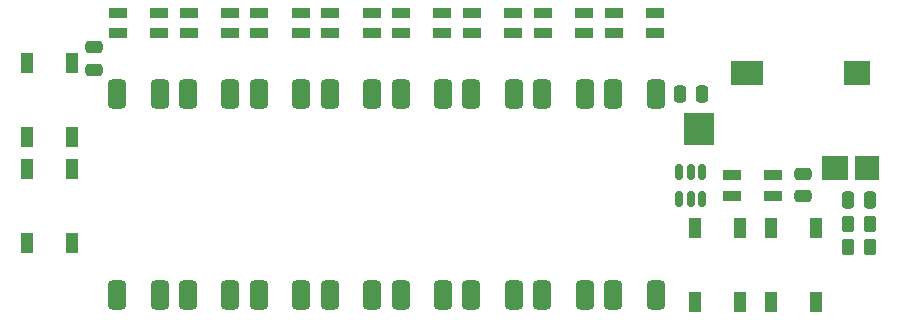
<source format=gbr>
%TF.GenerationSoftware,KiCad,Pcbnew,6.0.11-2627ca5db0~126~ubuntu22.04.1*%
%TF.CreationDate,2024-02-01T14:55:17+01:00*%
%TF.ProjectId,GrooveBox,47726f6f-7665-4426-9f78-2e6b69636164,rev?*%
%TF.SameCoordinates,Original*%
%TF.FileFunction,Paste,Top*%
%TF.FilePolarity,Positive*%
%FSLAX46Y46*%
G04 Gerber Fmt 4.6, Leading zero omitted, Abs format (unit mm)*
G04 Created by KiCad (PCBNEW 6.0.11-2627ca5db0~126~ubuntu22.04.1) date 2024-02-01 14:55:17*
%MOMM*%
%LPD*%
G01*
G04 APERTURE LIST*
G04 Aperture macros list*
%AMRoundRect*
0 Rectangle with rounded corners*
0 $1 Rounding radius*
0 $2 $3 $4 $5 $6 $7 $8 $9 X,Y pos of 4 corners*
0 Add a 4 corners polygon primitive as box body*
4,1,4,$2,$3,$4,$5,$6,$7,$8,$9,$2,$3,0*
0 Add four circle primitives for the rounded corners*
1,1,$1+$1,$2,$3*
1,1,$1+$1,$4,$5*
1,1,$1+$1,$6,$7*
1,1,$1+$1,$8,$9*
0 Add four rect primitives between the rounded corners*
20,1,$1+$1,$2,$3,$4,$5,0*
20,1,$1+$1,$4,$5,$6,$7,0*
20,1,$1+$1,$6,$7,$8,$9,0*
20,1,$1+$1,$8,$9,$2,$3,0*%
G04 Aperture macros list end*
%ADD10R,1.600000X0.850000*%
%ADD11R,1.000000X1.700000*%
%ADD12RoundRect,0.400000X0.400000X-0.850000X0.400000X0.850000X-0.400000X0.850000X-0.400000X-0.850000X0*%
%ADD13RoundRect,0.250000X-0.250000X-0.475000X0.250000X-0.475000X0.250000X0.475000X-0.250000X0.475000X0*%
%ADD14RoundRect,0.250000X-0.262500X-0.450000X0.262500X-0.450000X0.262500X0.450000X-0.262500X0.450000X0*%
%ADD15RoundRect,0.250000X0.475000X-0.250000X0.475000X0.250000X-0.475000X0.250000X-0.475000X-0.250000X0*%
%ADD16RoundRect,0.250000X0.250000X0.475000X-0.250000X0.475000X-0.250000X-0.475000X0.250000X-0.475000X0*%
%ADD17R,2.200000X2.100000*%
%ADD18R,2.700000X2.100000*%
%ADD19R,2.000000X2.100000*%
%ADD20R,2.600000X2.700000*%
%ADD21RoundRect,0.150000X-0.150000X0.512500X-0.150000X-0.512500X0.150000X-0.512500X0.150000X0.512500X0*%
G04 APERTURE END LIST*
D10*
%TO.C,D9*%
X139750000Y-103625000D03*
X139750000Y-101875000D03*
X136250000Y-101875000D03*
X136250000Y-103625000D03*
%TD*%
D11*
%TO.C,SW1*%
X76600000Y-98650000D03*
X76600000Y-92350000D03*
X80400000Y-98650000D03*
X80400000Y-92350000D03*
%TD*%
D12*
%TO.C,R4*%
X102200000Y-112000000D03*
X105800000Y-95000000D03*
X102200000Y-95000000D03*
X105800000Y-112000000D03*
%TD*%
%TO.C,P6*%
X114200000Y-112000000D03*
X117800000Y-95000000D03*
X114200000Y-95000000D03*
X117800000Y-112000000D03*
%TD*%
D13*
%TO.C,C4*%
X131850000Y-95000000D03*
X133750000Y-95000000D03*
%TD*%
D12*
%TO.C,P2*%
X90200000Y-112000000D03*
X93800000Y-95000000D03*
X90200000Y-95000000D03*
X93800000Y-112000000D03*
%TD*%
D11*
%TO.C,SW2*%
X76600000Y-101350000D03*
X76600000Y-107650000D03*
X80400000Y-107650000D03*
X80400000Y-101350000D03*
%TD*%
D10*
%TO.C,D4*%
X105750000Y-89875000D03*
X105750000Y-88125000D03*
X102250000Y-88125000D03*
X102250000Y-89875000D03*
%TD*%
%TO.C,D6*%
X117750000Y-89875000D03*
X117750000Y-88125000D03*
X114250000Y-88125000D03*
X114250000Y-89875000D03*
%TD*%
D14*
%TO.C,R2*%
X146087500Y-106000000D03*
X147912500Y-106000000D03*
%TD*%
D12*
%TO.C,P5*%
X108200000Y-112000000D03*
X108200000Y-95000000D03*
X111800000Y-95000000D03*
X111800000Y-112000000D03*
%TD*%
%TO.C,P8*%
X126200000Y-112000000D03*
X129800000Y-95000000D03*
X126200000Y-95000000D03*
X129800000Y-112000000D03*
%TD*%
D10*
%TO.C,D1*%
X87750000Y-89875000D03*
X87750000Y-88125000D03*
X84250000Y-88125000D03*
X84250000Y-89875000D03*
%TD*%
D11*
%TO.C,SW3*%
X133100000Y-112650000D03*
X133100000Y-106350000D03*
X136900000Y-106350000D03*
X136900000Y-112650000D03*
%TD*%
D15*
%TO.C,C3*%
X82250000Y-92950000D03*
X82250000Y-91050000D03*
%TD*%
D16*
%TO.C,C1*%
X147950000Y-104000000D03*
X146050000Y-104000000D03*
%TD*%
D14*
%TO.C,R1*%
X146087500Y-108000000D03*
X147912500Y-108000000D03*
%TD*%
D10*
%TO.C,D5*%
X111750000Y-89875000D03*
X111750000Y-88125000D03*
X108250000Y-88125000D03*
X108250000Y-89875000D03*
%TD*%
D15*
%TO.C,C2*%
X142250000Y-103650000D03*
X142250000Y-101750000D03*
%TD*%
D10*
%TO.C,D7*%
X123750000Y-89875000D03*
X123750000Y-88125000D03*
X120250000Y-88125000D03*
X120250000Y-89875000D03*
%TD*%
%TO.C,D3*%
X99750000Y-89875000D03*
X99750000Y-88125000D03*
X96250000Y-88125000D03*
X96250000Y-89875000D03*
%TD*%
D12*
%TO.C,R3*%
X96200000Y-112000000D03*
X96200000Y-95000000D03*
X99800000Y-95000000D03*
X99800000Y-112000000D03*
%TD*%
%TO.C,P7*%
X120200000Y-112000000D03*
X120200000Y-95000000D03*
X123800000Y-95000000D03*
X123800000Y-112000000D03*
%TD*%
D17*
%TO.C,J1*%
X146862500Y-93200000D03*
X144962500Y-101300000D03*
D18*
X137562500Y-93200000D03*
D19*
X147662500Y-101300000D03*
D20*
X133462500Y-98000000D03*
%TD*%
D10*
%TO.C,D2*%
X93750000Y-89875000D03*
X93750000Y-88125000D03*
X90250000Y-88125000D03*
X90250000Y-89875000D03*
%TD*%
D12*
%TO.C,P1*%
X84200000Y-112000000D03*
X84200000Y-95000000D03*
X87800000Y-95000000D03*
X87800000Y-112000000D03*
%TD*%
D10*
%TO.C,D8*%
X129750000Y-89875000D03*
X129750000Y-88125000D03*
X126250000Y-88125000D03*
X126250000Y-89875000D03*
%TD*%
D11*
%TO.C,SW4*%
X139600000Y-106350000D03*
X139600000Y-112650000D03*
X143400000Y-112650000D03*
X143400000Y-106350000D03*
%TD*%
D21*
%TO.C,U1*%
X133700000Y-101612500D03*
X132750000Y-101612500D03*
X131800000Y-101612500D03*
X131800000Y-103887500D03*
X132750000Y-103887500D03*
X133700000Y-103887500D03*
%TD*%
M02*

</source>
